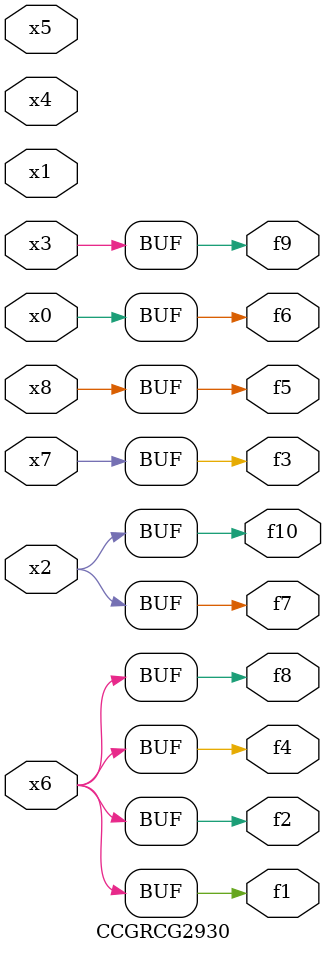
<source format=v>
module CCGRCG2930(
	input x0, x1, x2, x3, x4, x5, x6, x7, x8,
	output f1, f2, f3, f4, f5, f6, f7, f8, f9, f10
);
	assign f1 = x6;
	assign f2 = x6;
	assign f3 = x7;
	assign f4 = x6;
	assign f5 = x8;
	assign f6 = x0;
	assign f7 = x2;
	assign f8 = x6;
	assign f9 = x3;
	assign f10 = x2;
endmodule

</source>
